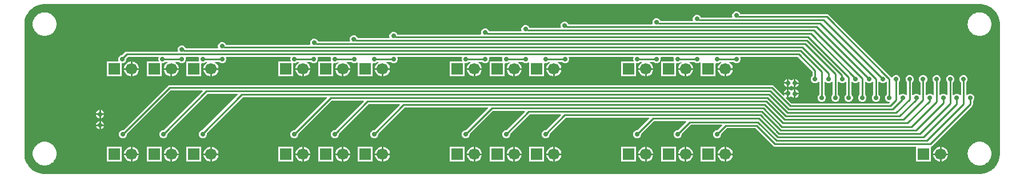
<source format=gtl>
G04*
G04 #@! TF.GenerationSoftware,Altium Limited,Altium Designer,24.0.1 (36)*
G04*
G04 Layer_Physical_Order=1*
G04 Layer_Color=191*
%FSLAX44Y44*%
%MOMM*%
G71*
G04*
G04 #@! TF.SameCoordinates,6AB65015-FC58-47BD-B1F7-23B370D85B0D*
G04*
G04*
G04 #@! TF.FilePolarity,Positive*
G04*
G01*
G75*
%ADD10C,0.2540*%
%ADD14C,1.7000*%
%ADD15R,1.7000X1.7000*%
%ADD16C,0.7000*%
G36*
X1628135Y788157D02*
X1631934Y787139D01*
X1635567Y785634D01*
X1638973Y783668D01*
X1642093Y781274D01*
X1644874Y778493D01*
X1647268Y775373D01*
X1649234Y771967D01*
X1650739Y768334D01*
X1651757Y764535D01*
X1652270Y760636D01*
Y758670D01*
Y565940D01*
Y563974D01*
X1651757Y560075D01*
X1650739Y556276D01*
X1649234Y552643D01*
X1647268Y549237D01*
X1644874Y546117D01*
X1642093Y543336D01*
X1638973Y540942D01*
X1635567Y538976D01*
X1631934Y537471D01*
X1628135Y536453D01*
X1624236Y535940D01*
X235044D01*
X231145Y536453D01*
X227346Y537471D01*
X223713Y538976D01*
X220307Y540942D01*
X217187Y543336D01*
X214406Y546117D01*
X212012Y549237D01*
X210046Y552643D01*
X208541Y556276D01*
X207523Y560075D01*
X207010Y563974D01*
Y565940D01*
Y758670D01*
Y760636D01*
X207523Y764535D01*
X208541Y768334D01*
X210046Y771967D01*
X212012Y775373D01*
X214406Y778493D01*
X217187Y781274D01*
X220307Y783668D01*
X223713Y785634D01*
X227346Y787139D01*
X231145Y788157D01*
X235044Y788670D01*
X1624236D01*
X1628135Y788157D01*
D02*
G37*
%LPC*%
G36*
X1263073Y778088D02*
X1260671D01*
X1258451Y777169D01*
X1256751Y775469D01*
X1255832Y773250D01*
Y770847D01*
X1256227Y769893D01*
X1255378Y768623D01*
X1209304D01*
X1208572Y770389D01*
X1206873Y772088D01*
X1204653Y773008D01*
X1202251D01*
X1200031Y772088D01*
X1198332Y770389D01*
X1197412Y768169D01*
Y765767D01*
X1197807Y764813D01*
X1196958Y763543D01*
X1149360D01*
X1148628Y765309D01*
X1146929Y767009D01*
X1144709Y767928D01*
X1142307D01*
X1140087Y767009D01*
X1138388Y765309D01*
X1137468Y763090D01*
Y760687D01*
X1137863Y759733D01*
X1137014Y758463D01*
X1013470D01*
X1012738Y760229D01*
X1011039Y761928D01*
X1008819Y762848D01*
X1006417D01*
X1004197Y761928D01*
X1002497Y760229D01*
X1001578Y758009D01*
Y755607D01*
X1001973Y754653D01*
X1001124Y753383D01*
X955304D01*
X954573Y755149D01*
X952873Y756849D01*
X950653Y757768D01*
X948251D01*
X946031Y756849D01*
X944332Y755149D01*
X943412Y752930D01*
Y750527D01*
X943807Y749573D01*
X942959Y748303D01*
X895614D01*
X894883Y750069D01*
X893183Y751768D01*
X890963Y752688D01*
X888561D01*
X886341Y751768D01*
X884641Y750069D01*
X883722Y747850D01*
Y745447D01*
X884117Y744493D01*
X883269Y743223D01*
X759724D01*
X758992Y744989D01*
X757293Y746689D01*
X755073Y747608D01*
X752671D01*
X750451Y746689D01*
X748752Y744989D01*
X747832Y742769D01*
Y740367D01*
X748227Y739413D01*
X747378Y738143D01*
X701050D01*
X700319Y739909D01*
X698619Y741609D01*
X696399Y742528D01*
X693997D01*
X691777Y741609D01*
X690078Y739909D01*
X689158Y737690D01*
Y735287D01*
X689553Y734333D01*
X688705Y733063D01*
X642122D01*
X641391Y734829D01*
X639691Y736528D01*
X637471Y737448D01*
X635069D01*
X632849Y736528D01*
X631149Y734829D01*
X630230Y732609D01*
Y730207D01*
X630625Y729253D01*
X629776Y727983D01*
X505724D01*
X504992Y729749D01*
X503293Y731449D01*
X501073Y732368D01*
X498671D01*
X496451Y731449D01*
X494752Y729749D01*
X493832Y727530D01*
Y725127D01*
X494227Y724173D01*
X493378Y722903D01*
X446288D01*
X445556Y724669D01*
X443857Y726368D01*
X441637Y727288D01*
X439235D01*
X437015Y726368D01*
X435316Y724669D01*
X434396Y722449D01*
Y720047D01*
X434791Y719093D01*
X433942Y717823D01*
X358514D01*
X357028Y717527D01*
X355767Y716685D01*
X351750Y712668D01*
X350589D01*
X348369Y711749D01*
X346670Y710049D01*
X345750Y707829D01*
Y705427D01*
X346175Y704400D01*
X345327Y703130D01*
X329380D01*
Y681050D01*
X351460D01*
Y700588D01*
X352991D01*
X355211Y701507D01*
X356911Y703207D01*
X357830Y705427D01*
Y707760D01*
X360123Y710053D01*
X404986D01*
X405835Y708783D01*
X405440Y707829D01*
Y705427D01*
X405865Y704400D01*
X405017Y703130D01*
X388297D01*
Y681050D01*
X410377D01*
Y700588D01*
X412681D01*
X414901Y701507D01*
X416137Y702743D01*
X418569D01*
X418910Y701473D01*
X417959Y700924D01*
X415903Y698869D01*
X414450Y696351D01*
X413697Y693543D01*
Y693360D01*
X424737D01*
X435777D01*
Y693543D01*
X435025Y696351D01*
X433572Y698869D01*
X431516Y700924D01*
X430565Y701473D01*
X430905Y702743D01*
X435525D01*
X436761Y701507D01*
X438981Y700588D01*
X441383D01*
X443603Y701507D01*
X445303Y703207D01*
X446222Y705427D01*
Y707829D01*
X445827Y708783D01*
X446675Y710053D01*
X464677D01*
X465525Y708783D01*
X465130Y707829D01*
Y705427D01*
X465555Y704400D01*
X464707Y703130D01*
X447215D01*
Y681050D01*
X469295D01*
Y700138D01*
X469969Y700588D01*
X472371D01*
X474591Y701507D01*
X475827Y702743D01*
X477487D01*
X477827Y701473D01*
X476876Y700924D01*
X474821Y698869D01*
X473367Y696351D01*
X472615Y693543D01*
Y693360D01*
X483655D01*
X494695D01*
Y693543D01*
X493942Y696351D01*
X492489Y698869D01*
X490434Y700924D01*
X489482Y701473D01*
X489823Y702743D01*
X495215D01*
X496451Y701507D01*
X498671Y700588D01*
X501073D01*
X503293Y701507D01*
X504992Y703207D01*
X505912Y705427D01*
Y707829D01*
X505517Y708783D01*
X506366Y710053D01*
X600566D01*
X601415Y708783D01*
X601020Y707829D01*
Y705427D01*
X601445Y704400D01*
X600597Y703130D01*
X583380D01*
Y681050D01*
X605460D01*
Y700322D01*
X605859Y700588D01*
X608261D01*
X610481Y701507D01*
X611717Y702743D01*
X613652D01*
X613992Y701473D01*
X613041Y700924D01*
X610986Y698869D01*
X609532Y696351D01*
X608780Y693543D01*
Y693360D01*
X619820D01*
X630860D01*
Y693543D01*
X630108Y696351D01*
X628654Y698869D01*
X626599Y700924D01*
X625648Y701473D01*
X625988Y702743D01*
X631105D01*
X632341Y701507D01*
X634561Y700588D01*
X636963D01*
X639183Y701507D01*
X640882Y703207D01*
X641802Y705427D01*
Y707829D01*
X641407Y708783D01*
X642255Y710053D01*
X660257D01*
X661105Y708783D01*
X660710Y707829D01*
Y705427D01*
X661135Y704400D01*
X660287Y703130D01*
X642297D01*
Y681050D01*
X664377D01*
Y699930D01*
X665433Y700636D01*
X665549Y700588D01*
X667951D01*
X670171Y701507D01*
X671383Y702719D01*
X672478Y702600D01*
X672829Y701426D01*
X671959Y700924D01*
X669903Y698869D01*
X668450Y696351D01*
X667697Y693543D01*
Y693360D01*
X678737D01*
X689777D01*
Y693543D01*
X689025Y696351D01*
X687572Y698869D01*
X685516Y700924D01*
X684565Y701473D01*
X684905Y702743D01*
X690795D01*
X692031Y701507D01*
X694251Y700588D01*
X696653D01*
X698873Y701507D01*
X699945Y702579D01*
X701215Y702053D01*
Y681050D01*
X723295D01*
Y700138D01*
X723969Y700588D01*
X726371D01*
X728591Y701507D01*
X729827Y702743D01*
X731487D01*
X731827Y701473D01*
X730876Y700924D01*
X728821Y698869D01*
X727367Y696351D01*
X726615Y693543D01*
Y693360D01*
X737655D01*
X748695D01*
Y693543D01*
X747942Y696351D01*
X746489Y698869D01*
X744434Y700924D01*
X743482Y701473D01*
X743823Y702743D01*
X749215D01*
X750451Y701507D01*
X752671Y700588D01*
X755073D01*
X757293Y701507D01*
X758992Y703207D01*
X759912Y705427D01*
Y707829D01*
X759517Y708783D01*
X760366Y710053D01*
X854566D01*
X855415Y708783D01*
X855020Y707829D01*
Y705427D01*
X855445Y704400D01*
X854597Y703130D01*
X837380D01*
Y681050D01*
X859460D01*
Y700322D01*
X859859Y700588D01*
X862261D01*
X864481Y701507D01*
X865717Y702743D01*
X867652D01*
X867992Y701473D01*
X867041Y700924D01*
X864986Y698869D01*
X863532Y696351D01*
X862780Y693543D01*
Y693360D01*
X873820D01*
X884860D01*
Y693543D01*
X884108Y696351D01*
X882654Y698869D01*
X880599Y700924D01*
X879648Y701473D01*
X879988Y702743D01*
X885105D01*
X886341Y701507D01*
X888561Y700588D01*
X890963D01*
X893183Y701507D01*
X894883Y703207D01*
X895802Y705427D01*
Y707829D01*
X895407Y708783D01*
X896255Y710053D01*
X914257D01*
X915105Y708783D01*
X914710Y707829D01*
Y705427D01*
X915135Y704400D01*
X914287Y703130D01*
X896297D01*
Y681050D01*
X918377D01*
Y699930D01*
X919433Y700636D01*
X919549Y700588D01*
X921951D01*
X924171Y701507D01*
X925383Y702719D01*
X926478Y702600D01*
X926829Y701426D01*
X925959Y700924D01*
X923903Y698869D01*
X922450Y696351D01*
X921697Y693543D01*
Y693360D01*
X932737D01*
X943777D01*
Y693543D01*
X943025Y696351D01*
X941572Y698869D01*
X939516Y700924D01*
X938565Y701473D01*
X938905Y702743D01*
X944795D01*
X946031Y701507D01*
X948251Y700588D01*
X950653D01*
X952873Y701507D01*
X953945Y702579D01*
X955215Y702053D01*
Y681050D01*
X977295D01*
Y700138D01*
X977969Y700588D01*
X980371D01*
X982591Y701507D01*
X983827Y702743D01*
X985487D01*
X985827Y701473D01*
X984876Y700924D01*
X982821Y698869D01*
X981367Y696351D01*
X980615Y693543D01*
Y693360D01*
X991655D01*
X1002695D01*
Y693543D01*
X1001942Y696351D01*
X1000489Y698869D01*
X998434Y700924D01*
X997482Y701473D01*
X997823Y702743D01*
X1003215D01*
X1004451Y701507D01*
X1006671Y700588D01*
X1009073D01*
X1011293Y701507D01*
X1012992Y703207D01*
X1013912Y705427D01*
Y707829D01*
X1013517Y708783D01*
X1014365Y710053D01*
X1108567D01*
X1109415Y708783D01*
X1109020Y707829D01*
Y705427D01*
X1109445Y704400D01*
X1108597Y703130D01*
X1091380D01*
Y681050D01*
X1113460D01*
Y700322D01*
X1113859Y700588D01*
X1116261D01*
X1118481Y701507D01*
X1119717Y702743D01*
X1121652D01*
X1121992Y701473D01*
X1121041Y700924D01*
X1118986Y698869D01*
X1117532Y696351D01*
X1116780Y693543D01*
Y693360D01*
X1127820D01*
X1138860D01*
Y693543D01*
X1138108Y696351D01*
X1136654Y698869D01*
X1134599Y700924D01*
X1133648Y701473D01*
X1133988Y702743D01*
X1139105D01*
X1140341Y701507D01*
X1142561Y700588D01*
X1144963D01*
X1147183Y701507D01*
X1148883Y703207D01*
X1149802Y705427D01*
Y707829D01*
X1149407Y708783D01*
X1150256Y710053D01*
X1168257D01*
X1169105Y708783D01*
X1168710Y707829D01*
Y705427D01*
X1169135Y704400D01*
X1168287Y703130D01*
X1150297D01*
Y681050D01*
X1172377D01*
Y699930D01*
X1173433Y700636D01*
X1173549Y700588D01*
X1175951D01*
X1178171Y701507D01*
X1179383Y702719D01*
X1180478Y702600D01*
X1180828Y701426D01*
X1179959Y700924D01*
X1177903Y698869D01*
X1176450Y696351D01*
X1175697Y693543D01*
Y693360D01*
X1186737D01*
X1197777D01*
Y693543D01*
X1197025Y696351D01*
X1195572Y698869D01*
X1193516Y700924D01*
X1192565Y701473D01*
X1192905Y702743D01*
X1198795D01*
X1200031Y701507D01*
X1202251Y700588D01*
X1204653D01*
X1206873Y701507D01*
X1207945Y702579D01*
X1209215Y702053D01*
Y681050D01*
X1231295D01*
Y700138D01*
X1231969Y700588D01*
X1234371D01*
X1236591Y701507D01*
X1237827Y702743D01*
X1239487D01*
X1239827Y701473D01*
X1238876Y700924D01*
X1236821Y698869D01*
X1235367Y696351D01*
X1234615Y693543D01*
Y693360D01*
X1245655D01*
X1256695D01*
Y693543D01*
X1255942Y696351D01*
X1254489Y698869D01*
X1252433Y700924D01*
X1251482Y701473D01*
X1251823Y702743D01*
X1257215D01*
X1258451Y701507D01*
X1260671Y700588D01*
X1263073D01*
X1265293Y701507D01*
X1266992Y703207D01*
X1267912Y705427D01*
Y707829D01*
X1267517Y708783D01*
X1268365Y710053D01*
X1352775D01*
X1374743Y688085D01*
Y681313D01*
X1373508Y680077D01*
X1372588Y677857D01*
Y675455D01*
X1373508Y673235D01*
X1375207Y671535D01*
X1377427Y670616D01*
X1379829D01*
X1382049Y671535D01*
X1383397Y672884D01*
X1384667Y672387D01*
Y653881D01*
X1383432Y652645D01*
X1382512Y650425D01*
Y648023D01*
X1383432Y645803D01*
X1385131Y644103D01*
X1387351Y643184D01*
X1389753D01*
X1391973Y644103D01*
X1393672Y645803D01*
X1394592Y648023D01*
Y650425D01*
X1393672Y652645D01*
X1392437Y653881D01*
Y672646D01*
X1392765Y672827D01*
X1393707Y673036D01*
X1395207Y671535D01*
X1397427Y670616D01*
X1399829D01*
X1402049Y671535D01*
X1403397Y672884D01*
X1404667Y672387D01*
Y653881D01*
X1403432Y652645D01*
X1402512Y650425D01*
Y648023D01*
X1403432Y645803D01*
X1405131Y644103D01*
X1407351Y643184D01*
X1409753D01*
X1411973Y644103D01*
X1413672Y645803D01*
X1414592Y648023D01*
Y650425D01*
X1413672Y652645D01*
X1412437Y653881D01*
Y672646D01*
X1412765Y672827D01*
X1413707Y673036D01*
X1415207Y671535D01*
X1417427Y670616D01*
X1419829D01*
X1422049Y671535D01*
X1423397Y672884D01*
X1424667Y672387D01*
Y653881D01*
X1423432Y652645D01*
X1422512Y650425D01*
Y648023D01*
X1423432Y645803D01*
X1425131Y644103D01*
X1427351Y643184D01*
X1429753D01*
X1431973Y644103D01*
X1433672Y645803D01*
X1434592Y648023D01*
Y650425D01*
X1433672Y652645D01*
X1432437Y653881D01*
Y672646D01*
X1432765Y672827D01*
X1433707Y673036D01*
X1435207Y671535D01*
X1437427Y670616D01*
X1439829D01*
X1442049Y671535D01*
X1443397Y672884D01*
X1444667Y672387D01*
Y653881D01*
X1443432Y652645D01*
X1442512Y650425D01*
Y648023D01*
X1443432Y645803D01*
X1445131Y644103D01*
X1447351Y643184D01*
X1449753D01*
X1451973Y644103D01*
X1453672Y645803D01*
X1454592Y648023D01*
Y650425D01*
X1453672Y652645D01*
X1452437Y653881D01*
Y672646D01*
X1452765Y672827D01*
X1453707Y673036D01*
X1455207Y671535D01*
X1457427Y670616D01*
X1459829D01*
X1462049Y671535D01*
X1463397Y672884D01*
X1464667Y672387D01*
Y653881D01*
X1463432Y652645D01*
X1462512Y650425D01*
Y648023D01*
X1463432Y645803D01*
X1465131Y644103D01*
X1467351Y643184D01*
X1469753D01*
X1471973Y644103D01*
X1473672Y645803D01*
X1474592Y648023D01*
Y650425D01*
X1473672Y652645D01*
X1472437Y653881D01*
Y672646D01*
X1472765Y672827D01*
X1473707Y673036D01*
X1475207Y671535D01*
X1477427Y670616D01*
X1479829D01*
X1482049Y671535D01*
X1483397Y672884D01*
X1484667Y672387D01*
Y653881D01*
X1483432Y652645D01*
X1482512Y650425D01*
Y648023D01*
X1483432Y645803D01*
X1485131Y644103D01*
X1487350Y643184D01*
X1488826D01*
X1489352Y641914D01*
X1488101Y640663D01*
X1343237D01*
X1334762Y649138D01*
X1335481Y650215D01*
X1337056Y649562D01*
Y654304D01*
X1332314D01*
X1332967Y652729D01*
X1331890Y652010D01*
X1317197Y666703D01*
X1315937Y667545D01*
X1314450Y667841D01*
X422148D01*
X420661Y667545D01*
X419401Y666703D01*
X353606Y600908D01*
X351859D01*
X349639Y599989D01*
X347939Y598289D01*
X347020Y596069D01*
Y593667D01*
X347939Y591447D01*
X349639Y589748D01*
X351859Y588828D01*
X354261D01*
X356481Y589748D01*
X358181Y591447D01*
X359100Y593667D01*
Y595414D01*
X423757Y660071D01*
X470800D01*
X471286Y658898D01*
X413296Y600908D01*
X411549D01*
X409329Y599989D01*
X407630Y598289D01*
X406710Y596069D01*
Y593667D01*
X407630Y591447D01*
X409329Y589748D01*
X411549Y588828D01*
X413951D01*
X416171Y589748D01*
X417870Y591447D01*
X418790Y593667D01*
Y595414D01*
X478367Y654991D01*
X522933D01*
X523419Y653818D01*
X470509Y600908D01*
X469969D01*
X467749Y599989D01*
X466049Y598289D01*
X465130Y596069D01*
Y593667D01*
X466049Y591447D01*
X467749Y589748D01*
X469969Y588828D01*
X472371D01*
X474591Y589748D01*
X476291Y591447D01*
X477210Y593667D01*
Y596069D01*
X477048Y596460D01*
X530500Y649911D01*
X654950D01*
X655436Y648738D01*
X607606Y600908D01*
X605859D01*
X603639Y599989D01*
X601940Y598289D01*
X601020Y596069D01*
Y593667D01*
X601940Y591447D01*
X603639Y589748D01*
X605859Y588828D01*
X608261D01*
X610481Y589748D01*
X612180Y591447D01*
X613100Y593667D01*
Y595414D01*
X662517Y644831D01*
X709560D01*
X710046Y643658D01*
X667296Y600908D01*
X665549D01*
X663329Y599989D01*
X661629Y598289D01*
X660710Y596069D01*
Y593667D01*
X661629Y591447D01*
X663329Y589748D01*
X665549Y588828D01*
X667951D01*
X670171Y589748D01*
X671870Y591447D01*
X672790Y593667D01*
Y595414D01*
X717127Y639751D01*
X762900D01*
X763386Y638578D01*
X725716Y600908D01*
X723969D01*
X721749Y599989D01*
X720050Y598289D01*
X719130Y596069D01*
Y593667D01*
X720050Y591447D01*
X721749Y589748D01*
X723969Y588828D01*
X726371D01*
X728591Y589748D01*
X730291Y591447D01*
X731210Y593667D01*
Y595414D01*
X770467Y634671D01*
X893710D01*
X894196Y633498D01*
X861606Y600908D01*
X859859D01*
X857639Y599989D01*
X855939Y598289D01*
X855020Y596069D01*
Y593667D01*
X855939Y591447D01*
X857639Y589748D01*
X859859Y588828D01*
X862261D01*
X864481Y589748D01*
X866180Y591447D01*
X867100Y593667D01*
Y595414D01*
X901277Y629591D01*
X948320D01*
X948806Y628418D01*
X921296Y600908D01*
X919549D01*
X917329Y599989D01*
X915630Y598289D01*
X914710Y596069D01*
Y593667D01*
X915630Y591447D01*
X917329Y589748D01*
X919549Y588828D01*
X921951D01*
X924171Y589748D01*
X925871Y591447D01*
X926790Y593667D01*
Y595414D01*
X955887Y624511D01*
X1001660D01*
X1002146Y623338D01*
X979716Y600908D01*
X977969D01*
X975749Y599989D01*
X974050Y598289D01*
X973130Y596069D01*
Y593667D01*
X974050Y591447D01*
X975749Y589748D01*
X977969Y588828D01*
X980371D01*
X982591Y589748D01*
X984290Y591447D01*
X985210Y593667D01*
Y595414D01*
X1009227Y619431D01*
X1132470D01*
X1132956Y618258D01*
X1115606Y600908D01*
X1113859D01*
X1111639Y599989D01*
X1109939Y598289D01*
X1109020Y596069D01*
Y593667D01*
X1109939Y591447D01*
X1111639Y589748D01*
X1113859Y588828D01*
X1116261D01*
X1118481Y589748D01*
X1120181Y591447D01*
X1121100Y593667D01*
Y595414D01*
X1140037Y614351D01*
X1187080D01*
X1187566Y613178D01*
X1175296Y600908D01*
X1173549D01*
X1171329Y599989D01*
X1169630Y598289D01*
X1168710Y596069D01*
Y593667D01*
X1169630Y591447D01*
X1171329Y589748D01*
X1173549Y588828D01*
X1175951D01*
X1178171Y589748D01*
X1179871Y591447D01*
X1180790Y593667D01*
Y595414D01*
X1194393Y609017D01*
X1240166D01*
X1240652Y607844D01*
X1233716Y600908D01*
X1231969D01*
X1229749Y599989D01*
X1228049Y598289D01*
X1227130Y596069D01*
Y593667D01*
X1228049Y591447D01*
X1229749Y589748D01*
X1231969Y588828D01*
X1234371D01*
X1236591Y589748D01*
X1238290Y591447D01*
X1239210Y593667D01*
Y595414D01*
X1247733Y603937D01*
X1289949D01*
X1316497Y577389D01*
X1317757Y576547D01*
X1319244Y576251D01*
X1526955D01*
X1528200Y576190D01*
X1528200Y574981D01*
Y554110D01*
X1550280D01*
X1550280Y575541D01*
X1550887Y576547D01*
X1551290Y576817D01*
X1552147Y577389D01*
X1611299Y636541D01*
X1612141Y637801D01*
X1612436Y639288D01*
Y644567D01*
X1613672Y645803D01*
X1614592Y648023D01*
Y650425D01*
X1613672Y652645D01*
X1611973Y654344D01*
X1609753Y655264D01*
X1607350D01*
X1605130Y654344D01*
X1603782Y652997D01*
X1602512Y653493D01*
Y671999D01*
X1603748Y673235D01*
X1604668Y675455D01*
Y677857D01*
X1603748Y680077D01*
X1602049Y681777D01*
X1599829Y682696D01*
X1597426D01*
X1595206Y681777D01*
X1593507Y680077D01*
X1592588Y677857D01*
Y675455D01*
X1593507Y673235D01*
X1594743Y671999D01*
Y653234D01*
X1594415Y653053D01*
X1593473Y652844D01*
X1591973Y654344D01*
X1589753Y655264D01*
X1587350D01*
X1585130Y654344D01*
X1583782Y652997D01*
X1582512Y653493D01*
Y671999D01*
X1583748Y673235D01*
X1584668Y675455D01*
Y677857D01*
X1583748Y680077D01*
X1582049Y681777D01*
X1579829Y682696D01*
X1577426D01*
X1575206Y681777D01*
X1573507Y680077D01*
X1572588Y677857D01*
Y675455D01*
X1573507Y673235D01*
X1574743Y671999D01*
Y653234D01*
X1574415Y653053D01*
X1573473Y652844D01*
X1571973Y654344D01*
X1569753Y655264D01*
X1567350D01*
X1565130Y654344D01*
X1563783Y652997D01*
X1562513Y653493D01*
Y671999D01*
X1563748Y673235D01*
X1564668Y675455D01*
Y677857D01*
X1563748Y680077D01*
X1562049Y681777D01*
X1559829Y682696D01*
X1557426D01*
X1555206Y681777D01*
X1553507Y680077D01*
X1552588Y677857D01*
Y675455D01*
X1553507Y673235D01*
X1554743Y671999D01*
Y653234D01*
X1554415Y653053D01*
X1553473Y652844D01*
X1551973Y654344D01*
X1549753Y655264D01*
X1547350D01*
X1545130Y654344D01*
X1543783Y652997D01*
X1542513Y653493D01*
Y671999D01*
X1543748Y673235D01*
X1544668Y675455D01*
Y677857D01*
X1543748Y680077D01*
X1542049Y681777D01*
X1539829Y682696D01*
X1537426D01*
X1535206Y681777D01*
X1533507Y680077D01*
X1532588Y677857D01*
Y675455D01*
X1533507Y673235D01*
X1534743Y671999D01*
Y653234D01*
X1534415Y653053D01*
X1533473Y652844D01*
X1531973Y654344D01*
X1529753Y655264D01*
X1527350D01*
X1525130Y654344D01*
X1523783Y652997D01*
X1522513Y653493D01*
Y671999D01*
X1523748Y673235D01*
X1524668Y675455D01*
Y677857D01*
X1523748Y680077D01*
X1522049Y681777D01*
X1519829Y682696D01*
X1517426D01*
X1515206Y681777D01*
X1513507Y680077D01*
X1512588Y677857D01*
Y675455D01*
X1513507Y673235D01*
X1514743Y671999D01*
Y653234D01*
X1514415Y653053D01*
X1513473Y652844D01*
X1511973Y654344D01*
X1509753Y655264D01*
X1507350D01*
X1505130Y654344D01*
X1503783Y652997D01*
X1502513Y653493D01*
Y671999D01*
X1503748Y673235D01*
X1504668Y675455D01*
Y677857D01*
X1503748Y680077D01*
X1502049Y681777D01*
X1499829Y682696D01*
X1497426D01*
X1495207Y681777D01*
X1493508Y680077D01*
X1493180Y679287D01*
X1491747Y679146D01*
X1491299Y679817D01*
X1398551Y772565D01*
X1397290Y773407D01*
X1395804Y773703D01*
X1267724D01*
X1266992Y775469D01*
X1265293Y777169D01*
X1263073Y778088D01*
D02*
G37*
G36*
X1623747Y776260D02*
X1620793D01*
X1620542Y776210D01*
X1620287D01*
X1617389Y775634D01*
X1617154Y775536D01*
X1616904Y775486D01*
X1614174Y774355D01*
X1613962Y774214D01*
X1613726Y774116D01*
X1611269Y772475D01*
X1611089Y772294D01*
X1610877Y772152D01*
X1608788Y770063D01*
X1608646Y769851D01*
X1608465Y769671D01*
X1606824Y767214D01*
X1606726Y766978D01*
X1606584Y766766D01*
X1605454Y764036D01*
X1605404Y763786D01*
X1605306Y763551D01*
X1604730Y760653D01*
Y760397D01*
X1604680Y760147D01*
Y757193D01*
X1604730Y756943D01*
Y756687D01*
X1605306Y753789D01*
X1605404Y753554D01*
X1605454Y753304D01*
X1606584Y750574D01*
X1606726Y750362D01*
X1606824Y750126D01*
X1608465Y747669D01*
X1608646Y747489D01*
X1608788Y747277D01*
X1610877Y745188D01*
X1611089Y745046D01*
X1611269Y744865D01*
X1613726Y743224D01*
X1613962Y743126D01*
X1614174Y742984D01*
X1616904Y741854D01*
X1617154Y741804D01*
X1617389Y741706D01*
X1620287Y741130D01*
X1620542D01*
X1620793Y741080D01*
X1623747D01*
X1623997Y741130D01*
X1624253D01*
X1627151Y741706D01*
X1627386Y741804D01*
X1627636Y741854D01*
X1630366Y742984D01*
X1630578Y743126D01*
X1630814Y743224D01*
X1633271Y744865D01*
X1633451Y745046D01*
X1633663Y745188D01*
X1635753Y747277D01*
X1635894Y747489D01*
X1636075Y747669D01*
X1637716Y750126D01*
X1637814Y750362D01*
X1637955Y750574D01*
X1639086Y753304D01*
X1639136Y753554D01*
X1639234Y753789D01*
X1639810Y756687D01*
Y756943D01*
X1639860Y757193D01*
Y760147D01*
X1639810Y760397D01*
Y760653D01*
X1639234Y763551D01*
X1639136Y763786D01*
X1639086Y764036D01*
X1637955Y766766D01*
X1637814Y766978D01*
X1637716Y767214D01*
X1636075Y769671D01*
X1635894Y769851D01*
X1635753Y770063D01*
X1633663Y772152D01*
X1633451Y772294D01*
X1633271Y772475D01*
X1630814Y774116D01*
X1630578Y774214D01*
X1630366Y774355D01*
X1627636Y775486D01*
X1627386Y775536D01*
X1627151Y775634D01*
X1624253Y776210D01*
X1623997D01*
X1623747Y776260D01*
D02*
G37*
G36*
X238487D02*
X235533D01*
X235282Y776210D01*
X235027D01*
X232129Y775634D01*
X231894Y775536D01*
X231644Y775486D01*
X228914Y774355D01*
X228702Y774214D01*
X228466Y774116D01*
X226009Y772475D01*
X225829Y772294D01*
X225617Y772152D01*
X223528Y770063D01*
X223386Y769851D01*
X223205Y769671D01*
X221564Y767214D01*
X221466Y766978D01*
X221325Y766766D01*
X220194Y764036D01*
X220144Y763786D01*
X220046Y763551D01*
X219470Y760653D01*
Y760397D01*
X219420Y760147D01*
Y757193D01*
X219470Y756943D01*
Y756687D01*
X220046Y753789D01*
X220144Y753554D01*
X220194Y753304D01*
X221325Y750574D01*
X221466Y750362D01*
X221564Y750126D01*
X223205Y747669D01*
X223386Y747489D01*
X223528Y747277D01*
X225617Y745188D01*
X225829Y745046D01*
X226009Y744865D01*
X228466Y743224D01*
X228702Y743126D01*
X228914Y742984D01*
X231644Y741854D01*
X231894Y741804D01*
X232129Y741706D01*
X235027Y741130D01*
X235282D01*
X235533Y741080D01*
X238487D01*
X238738Y741130D01*
X238993D01*
X241891Y741706D01*
X242126Y741804D01*
X242376Y741854D01*
X245106Y742984D01*
X245318Y743126D01*
X245554Y743224D01*
X248011Y744865D01*
X248191Y745046D01*
X248403Y745188D01*
X250492Y747277D01*
X250634Y747489D01*
X250814Y747669D01*
X252456Y750126D01*
X252554Y750362D01*
X252695Y750574D01*
X253826Y753304D01*
X253876Y753554D01*
X253974Y753789D01*
X254550Y756687D01*
Y756943D01*
X254600Y757193D01*
Y760147D01*
X254550Y760397D01*
Y760653D01*
X253974Y763551D01*
X253876Y763786D01*
X253826Y764036D01*
X252695Y766766D01*
X252554Y766978D01*
X252456Y767214D01*
X250814Y769671D01*
X250634Y769851D01*
X250492Y770063D01*
X248403Y772152D01*
X248191Y772294D01*
X248011Y772475D01*
X245554Y774116D01*
X245318Y774214D01*
X245106Y774355D01*
X242376Y775486D01*
X242126Y775536D01*
X241891Y775634D01*
X238993Y776210D01*
X238738D01*
X238487Y776260D01*
D02*
G37*
G36*
X367273Y703130D02*
X367090D01*
Y693360D01*
X376860D01*
Y693543D01*
X376108Y696351D01*
X374654Y698869D01*
X372599Y700924D01*
X370081Y702378D01*
X367273Y703130D01*
D02*
G37*
G36*
X364550D02*
X364367D01*
X361559Y702378D01*
X359041Y700924D01*
X356986Y698869D01*
X355532Y696351D01*
X354780Y693543D01*
Y693360D01*
X364550D01*
Y703130D01*
D02*
G37*
G36*
X1256695Y690820D02*
X1246925D01*
Y681050D01*
X1247108D01*
X1249916Y681802D01*
X1252433Y683256D01*
X1254489Y685311D01*
X1255942Y687829D01*
X1256695Y690637D01*
Y690820D01*
D02*
G37*
G36*
X1244385D02*
X1234615D01*
Y690637D01*
X1235367Y687829D01*
X1236821Y685311D01*
X1238876Y683256D01*
X1241394Y681802D01*
X1244201Y681050D01*
X1244385D01*
Y690820D01*
D02*
G37*
G36*
X1197777Y690820D02*
X1188007D01*
Y681050D01*
X1188191D01*
X1190999Y681802D01*
X1193516Y683256D01*
X1195572Y685311D01*
X1197025Y687829D01*
X1197777Y690637D01*
Y690820D01*
D02*
G37*
G36*
X1185467D02*
X1175697D01*
Y690637D01*
X1176450Y687829D01*
X1177903Y685311D01*
X1179959Y683256D01*
X1182476Y681802D01*
X1185284Y681050D01*
X1185467D01*
Y690820D01*
D02*
G37*
G36*
X1138860Y690820D02*
X1129090D01*
Y681050D01*
X1129273D01*
X1132081Y681802D01*
X1134599Y683256D01*
X1136654Y685311D01*
X1138108Y687829D01*
X1138860Y690637D01*
Y690820D01*
D02*
G37*
G36*
X1126550D02*
X1116780D01*
Y690637D01*
X1117532Y687829D01*
X1118986Y685311D01*
X1121041Y683256D01*
X1123559Y681802D01*
X1126367Y681050D01*
X1126550D01*
Y690820D01*
D02*
G37*
G36*
X1002695Y690820D02*
X992925D01*
Y681050D01*
X993108D01*
X995916Y681802D01*
X998434Y683256D01*
X1000489Y685311D01*
X1001942Y687829D01*
X1002695Y690637D01*
Y690820D01*
D02*
G37*
G36*
X990385D02*
X980615D01*
Y690637D01*
X981367Y687829D01*
X982821Y685311D01*
X984876Y683256D01*
X987393Y681802D01*
X990201Y681050D01*
X990385D01*
Y690820D01*
D02*
G37*
G36*
X943777Y690820D02*
X934007D01*
Y681050D01*
X934191D01*
X936999Y681802D01*
X939516Y683256D01*
X941572Y685311D01*
X943025Y687829D01*
X943777Y690637D01*
Y690820D01*
D02*
G37*
G36*
X931467D02*
X921697D01*
Y690637D01*
X922450Y687829D01*
X923903Y685311D01*
X925959Y683256D01*
X928476Y681802D01*
X931284Y681050D01*
X931467D01*
Y690820D01*
D02*
G37*
G36*
X884860Y690820D02*
X875090D01*
Y681050D01*
X875273D01*
X878081Y681802D01*
X880599Y683256D01*
X882654Y685311D01*
X884108Y687829D01*
X884860Y690637D01*
Y690820D01*
D02*
G37*
G36*
X872550D02*
X862780D01*
Y690637D01*
X863532Y687829D01*
X864986Y685311D01*
X867041Y683256D01*
X869559Y681802D01*
X872367Y681050D01*
X872550D01*
Y690820D01*
D02*
G37*
G36*
X748695Y690820D02*
X738925D01*
Y681050D01*
X739108D01*
X741916Y681802D01*
X744434Y683256D01*
X746489Y685311D01*
X747942Y687829D01*
X748695Y690637D01*
Y690820D01*
D02*
G37*
G36*
X736385D02*
X726615D01*
Y690637D01*
X727367Y687829D01*
X728821Y685311D01*
X730876Y683256D01*
X733393Y681802D01*
X736201Y681050D01*
X736385D01*
Y690820D01*
D02*
G37*
G36*
X689777Y690820D02*
X680007D01*
Y681050D01*
X680191D01*
X682999Y681802D01*
X685516Y683256D01*
X687572Y685311D01*
X689025Y687829D01*
X689777Y690637D01*
Y690820D01*
D02*
G37*
G36*
X677467D02*
X667697D01*
Y690637D01*
X668450Y687829D01*
X669903Y685311D01*
X671959Y683256D01*
X674476Y681802D01*
X677284Y681050D01*
X677467D01*
Y690820D01*
D02*
G37*
G36*
X630860Y690820D02*
X621090D01*
Y681050D01*
X621273D01*
X624081Y681802D01*
X626599Y683256D01*
X628654Y685311D01*
X630108Y687829D01*
X630860Y690637D01*
Y690820D01*
D02*
G37*
G36*
X618550D02*
X608780D01*
Y690637D01*
X609532Y687829D01*
X610986Y685311D01*
X613041Y683256D01*
X615559Y681802D01*
X618367Y681050D01*
X618550D01*
Y690820D01*
D02*
G37*
G36*
X494695D02*
X484925D01*
Y681050D01*
X485108D01*
X487916Y681802D01*
X490434Y683256D01*
X492489Y685311D01*
X493942Y687829D01*
X494695Y690637D01*
Y690820D01*
D02*
G37*
G36*
X482385D02*
X472615D01*
Y690637D01*
X473367Y687829D01*
X474821Y685311D01*
X476876Y683256D01*
X479394Y681802D01*
X482201Y681050D01*
X482385D01*
Y690820D01*
D02*
G37*
G36*
X435777D02*
X426007D01*
Y681050D01*
X426191D01*
X428999Y681802D01*
X431516Y683256D01*
X433572Y685311D01*
X435025Y687829D01*
X435777Y690637D01*
Y690820D01*
D02*
G37*
G36*
X423467D02*
X413697D01*
Y690637D01*
X414450Y687829D01*
X415903Y685311D01*
X417959Y683256D01*
X420476Y681802D01*
X423284Y681050D01*
X423467D01*
Y690820D01*
D02*
G37*
G36*
X376860D02*
X367090D01*
Y681050D01*
X367273D01*
X370081Y681802D01*
X372599Y683256D01*
X374654Y685311D01*
X376108Y687829D01*
X376860Y690637D01*
Y690820D01*
D02*
G37*
G36*
X364550D02*
X354780D01*
Y690637D01*
X355532Y687829D01*
X356986Y685311D01*
X359041Y683256D01*
X361559Y681802D01*
X364367Y681050D01*
X364550D01*
Y690820D01*
D02*
G37*
G36*
X1337056Y677080D02*
X1334905Y676189D01*
X1333206Y674489D01*
X1332314Y672338D01*
X1337056D01*
Y677080D01*
D02*
G37*
G36*
X1349756Y676826D02*
Y672084D01*
X1354498D01*
X1353607Y674235D01*
X1351907Y675935D01*
X1349756Y676826D01*
D02*
G37*
G36*
X1337056Y669798D02*
X1332314D01*
X1333206Y667647D01*
X1334905Y665947D01*
X1337056Y665056D01*
Y669798D01*
D02*
G37*
G36*
X1354498Y669544D02*
X1349756D01*
Y664802D01*
X1351907Y665694D01*
X1353607Y667393D01*
X1354498Y669544D01*
D02*
G37*
G36*
X1339596Y677080D02*
Y671068D01*
Y665056D01*
X1341747Y665947D01*
X1342417Y666617D01*
X1344177Y666581D01*
X1345065Y665694D01*
X1347216Y664802D01*
Y670814D01*
Y676826D01*
X1345065Y675935D01*
X1344395Y675265D01*
X1342635Y675301D01*
X1341747Y676189D01*
X1339596Y677080D01*
D02*
G37*
G36*
X1337056Y661586D02*
X1334905Y660695D01*
X1333206Y658995D01*
X1332314Y656844D01*
X1337056D01*
Y661586D01*
D02*
G37*
G36*
X1349756Y661332D02*
Y656590D01*
X1354498D01*
X1353607Y658741D01*
X1351907Y660441D01*
X1349756Y661332D01*
D02*
G37*
G36*
X1354498Y654050D02*
X1349756D01*
Y649308D01*
X1351907Y650200D01*
X1353607Y651899D01*
X1354498Y654050D01*
D02*
G37*
G36*
X1339596Y661586D02*
Y655574D01*
Y649562D01*
X1341747Y650453D01*
X1342417Y651123D01*
X1344177Y651087D01*
X1345065Y650200D01*
X1347216Y649308D01*
Y655320D01*
Y661332D01*
X1345065Y660441D01*
X1344395Y659771D01*
X1342635Y659807D01*
X1341747Y660695D01*
X1339596Y661586D01*
D02*
G37*
G36*
X320534Y630852D02*
Y626110D01*
X325276D01*
X324384Y628261D01*
X322685Y629961D01*
X320534Y630852D01*
D02*
G37*
G36*
X317994D02*
X315843Y629961D01*
X314144Y628261D01*
X313252Y626110D01*
X317994D01*
Y630852D01*
D02*
G37*
G36*
X325276Y623570D02*
X320534D01*
Y618828D01*
X322685Y619720D01*
X324384Y621419D01*
X325276Y623570D01*
D02*
G37*
G36*
X317994D02*
X313252D01*
X314144Y621419D01*
X315843Y619720D01*
X317994Y618828D01*
Y623570D01*
D02*
G37*
G36*
X320534Y614342D02*
Y609600D01*
X325276D01*
X324384Y611751D01*
X322685Y613451D01*
X320534Y614342D01*
D02*
G37*
G36*
X317994D02*
X315843Y613451D01*
X314144Y611751D01*
X313252Y609600D01*
X317994D01*
Y614342D01*
D02*
G37*
G36*
X325276Y607060D02*
X320534D01*
Y602318D01*
X322685Y603209D01*
X324384Y604909D01*
X325276Y607060D01*
D02*
G37*
G36*
X317994D02*
X313252D01*
X314144Y604909D01*
X315843Y603209D01*
X317994Y602318D01*
Y607060D01*
D02*
G37*
G36*
X1566093Y576190D02*
X1565910D01*
Y566420D01*
X1575680D01*
Y566603D01*
X1574928Y569411D01*
X1573474Y571929D01*
X1571419Y573984D01*
X1568901Y575438D01*
X1566093Y576190D01*
D02*
G37*
G36*
X1563370D02*
X1563187D01*
X1560379Y575438D01*
X1557861Y573984D01*
X1555806Y571929D01*
X1554352Y569411D01*
X1553600Y566603D01*
Y566420D01*
X1563370D01*
Y576190D01*
D02*
G37*
G36*
X1129273Y576130D02*
X1129090D01*
Y566360D01*
X1138860D01*
Y566543D01*
X1138108Y569351D01*
X1136654Y571869D01*
X1134599Y573924D01*
X1132081Y575378D01*
X1129273Y576130D01*
D02*
G37*
G36*
X875273D02*
X875090D01*
Y566360D01*
X884860D01*
Y566543D01*
X884108Y569351D01*
X882654Y571869D01*
X880599Y573924D01*
X878081Y575378D01*
X875273Y576130D01*
D02*
G37*
G36*
X1126550D02*
X1126367D01*
X1123559Y575378D01*
X1121041Y573924D01*
X1118986Y571869D01*
X1117532Y569351D01*
X1116780Y566543D01*
Y566360D01*
X1126550D01*
Y576130D01*
D02*
G37*
G36*
X872550D02*
X872367D01*
X869559Y575378D01*
X867041Y573924D01*
X864986Y571869D01*
X863532Y569351D01*
X862780Y566543D01*
Y566360D01*
X872550D01*
Y576130D01*
D02*
G37*
G36*
X1188191D02*
X1188007D01*
Y566360D01*
X1197777D01*
Y566543D01*
X1197025Y569351D01*
X1195572Y571869D01*
X1193516Y573924D01*
X1190999Y575378D01*
X1188191Y576130D01*
D02*
G37*
G36*
X934191D02*
X934007D01*
Y566360D01*
X943777D01*
Y566543D01*
X943025Y569351D01*
X941572Y571869D01*
X939516Y573924D01*
X936999Y575378D01*
X934191Y576130D01*
D02*
G37*
G36*
X680191D02*
X680007D01*
Y566360D01*
X689777D01*
Y566543D01*
X689025Y569351D01*
X687572Y571869D01*
X685516Y573924D01*
X682999Y575378D01*
X680191Y576130D01*
D02*
G37*
G36*
X1185467D02*
X1185284D01*
X1182476Y575378D01*
X1179959Y573924D01*
X1177903Y571869D01*
X1176450Y569351D01*
X1175697Y566543D01*
Y566360D01*
X1185467D01*
Y576130D01*
D02*
G37*
G36*
X931467D02*
X931284D01*
X928476Y575378D01*
X925959Y573924D01*
X923903Y571869D01*
X922450Y569351D01*
X921697Y566543D01*
Y566360D01*
X931467D01*
Y576130D01*
D02*
G37*
G36*
X677467D02*
X677284D01*
X674476Y575378D01*
X671959Y573924D01*
X669903Y571869D01*
X668450Y569351D01*
X667697Y566543D01*
Y566360D01*
X677467D01*
Y576130D01*
D02*
G37*
G36*
X1247108D02*
X1246925D01*
Y566360D01*
X1256695D01*
Y566543D01*
X1255942Y569351D01*
X1254489Y571869D01*
X1252433Y573924D01*
X1249916Y575378D01*
X1247108Y576130D01*
D02*
G37*
G36*
X993108D02*
X992925D01*
Y566360D01*
X1002695D01*
Y566543D01*
X1001942Y569351D01*
X1000489Y571869D01*
X998434Y573924D01*
X995916Y575378D01*
X993108Y576130D01*
D02*
G37*
G36*
X739108D02*
X738925D01*
Y566360D01*
X748695D01*
Y566543D01*
X747942Y569351D01*
X746489Y571869D01*
X744434Y573924D01*
X741916Y575378D01*
X739108Y576130D01*
D02*
G37*
G36*
X621273D02*
X621090D01*
Y566360D01*
X630860D01*
Y566543D01*
X630108Y569351D01*
X628654Y571869D01*
X626599Y573924D01*
X624081Y575378D01*
X621273Y576130D01*
D02*
G37*
G36*
X485108D02*
X484925D01*
Y566360D01*
X494695D01*
Y566543D01*
X493942Y569351D01*
X492489Y571869D01*
X490434Y573924D01*
X487916Y575378D01*
X485108Y576130D01*
D02*
G37*
G36*
X426191D02*
X426007D01*
Y566360D01*
X435777D01*
Y566543D01*
X435025Y569351D01*
X433572Y571869D01*
X431516Y573924D01*
X428999Y575378D01*
X426191Y576130D01*
D02*
G37*
G36*
X367273D02*
X367090D01*
Y566360D01*
X376860D01*
Y566543D01*
X376108Y569351D01*
X374654Y571869D01*
X372599Y573924D01*
X370081Y575378D01*
X367273Y576130D01*
D02*
G37*
G36*
X618550D02*
X618367D01*
X615559Y575378D01*
X613041Y573924D01*
X610986Y571869D01*
X609532Y569351D01*
X608780Y566543D01*
Y566360D01*
X618550D01*
Y576130D01*
D02*
G37*
G36*
X364550D02*
X364367D01*
X361559Y575378D01*
X359041Y573924D01*
X356986Y571869D01*
X355532Y569351D01*
X354780Y566543D01*
Y566360D01*
X364550D01*
Y576130D01*
D02*
G37*
G36*
X1244385D02*
X1244201D01*
X1241394Y575378D01*
X1238876Y573924D01*
X1236821Y571869D01*
X1235367Y569351D01*
X1234615Y566543D01*
Y566360D01*
X1244385D01*
Y576130D01*
D02*
G37*
G36*
X990385D02*
X990201D01*
X987393Y575378D01*
X984876Y573924D01*
X982821Y571869D01*
X981367Y569351D01*
X980615Y566543D01*
Y566360D01*
X990385D01*
Y576130D01*
D02*
G37*
G36*
X423467D02*
X423284D01*
X420476Y575378D01*
X417959Y573924D01*
X415903Y571869D01*
X414450Y569351D01*
X413697Y566543D01*
Y566360D01*
X423467D01*
Y576130D01*
D02*
G37*
G36*
X736385D02*
X736201D01*
X733393Y575378D01*
X730876Y573924D01*
X728821Y571869D01*
X727367Y569351D01*
X726615Y566543D01*
Y566360D01*
X736385D01*
Y576130D01*
D02*
G37*
G36*
X482385D02*
X482201D01*
X479394Y575378D01*
X476876Y573924D01*
X474821Y571869D01*
X473367Y569351D01*
X472615Y566543D01*
Y566360D01*
X482385D01*
Y576130D01*
D02*
G37*
G36*
X1575680Y563880D02*
X1565910D01*
Y554110D01*
X1566093D01*
X1568901Y554862D01*
X1571419Y556316D01*
X1573474Y558371D01*
X1574928Y560889D01*
X1575680Y563697D01*
Y563880D01*
D02*
G37*
G36*
X1563370D02*
X1553600D01*
Y563697D01*
X1554352Y560889D01*
X1555806Y558371D01*
X1557861Y556316D01*
X1560379Y554862D01*
X1563187Y554110D01*
X1563370D01*
Y563880D01*
D02*
G37*
G36*
X1256695Y563820D02*
X1246925D01*
Y554050D01*
X1247108D01*
X1249916Y554802D01*
X1252433Y556256D01*
X1254489Y558311D01*
X1255942Y560829D01*
X1256695Y563637D01*
Y563820D01*
D02*
G37*
G36*
X1244385D02*
X1234615D01*
Y563637D01*
X1235367Y560829D01*
X1236821Y558311D01*
X1238876Y556256D01*
X1241394Y554802D01*
X1244201Y554050D01*
X1244385D01*
Y563820D01*
D02*
G37*
G36*
X1231295Y576130D02*
X1209215D01*
Y554050D01*
X1231295D01*
Y576130D01*
D02*
G37*
G36*
X1197777Y563820D02*
X1188007D01*
Y554050D01*
X1188191D01*
X1190999Y554802D01*
X1193516Y556256D01*
X1195572Y558311D01*
X1197025Y560829D01*
X1197777Y563637D01*
Y563820D01*
D02*
G37*
G36*
X1185467D02*
X1175697D01*
Y563637D01*
X1176450Y560829D01*
X1177903Y558311D01*
X1179959Y556256D01*
X1182476Y554802D01*
X1185284Y554050D01*
X1185467D01*
Y563820D01*
D02*
G37*
G36*
X1172377Y576130D02*
X1150297D01*
Y554050D01*
X1172377D01*
Y576130D01*
D02*
G37*
G36*
X1138860Y563820D02*
X1129090D01*
Y554050D01*
X1129273D01*
X1132081Y554802D01*
X1134599Y556256D01*
X1136654Y558311D01*
X1138108Y560829D01*
X1138860Y563637D01*
Y563820D01*
D02*
G37*
G36*
X1126550D02*
X1116780D01*
Y563637D01*
X1117532Y560829D01*
X1118986Y558311D01*
X1121041Y556256D01*
X1123559Y554802D01*
X1126367Y554050D01*
X1126550D01*
Y563820D01*
D02*
G37*
G36*
X1113460Y576130D02*
X1091380D01*
Y554050D01*
X1113460D01*
Y576130D01*
D02*
G37*
G36*
X1002695Y563820D02*
X992925D01*
Y554050D01*
X993108D01*
X995916Y554802D01*
X998434Y556256D01*
X1000489Y558311D01*
X1001942Y560829D01*
X1002695Y563637D01*
Y563820D01*
D02*
G37*
G36*
X990385D02*
X980615D01*
Y563637D01*
X981367Y560829D01*
X982821Y558311D01*
X984876Y556256D01*
X987393Y554802D01*
X990201Y554050D01*
X990385D01*
Y563820D01*
D02*
G37*
G36*
X977295Y576130D02*
X955215D01*
Y554050D01*
X977295D01*
Y576130D01*
D02*
G37*
G36*
X943777Y563820D02*
X934007D01*
Y554050D01*
X934191D01*
X936999Y554802D01*
X939516Y556256D01*
X941572Y558311D01*
X943025Y560829D01*
X943777Y563637D01*
Y563820D01*
D02*
G37*
G36*
X931467D02*
X921697D01*
Y563637D01*
X922450Y560829D01*
X923903Y558311D01*
X925959Y556256D01*
X928476Y554802D01*
X931284Y554050D01*
X931467D01*
Y563820D01*
D02*
G37*
G36*
X918377Y576130D02*
X896297D01*
Y554050D01*
X918377D01*
Y576130D01*
D02*
G37*
G36*
X884860Y563820D02*
X875090D01*
Y554050D01*
X875273D01*
X878081Y554802D01*
X880599Y556256D01*
X882654Y558311D01*
X884108Y560829D01*
X884860Y563637D01*
Y563820D01*
D02*
G37*
G36*
X872550D02*
X862780D01*
Y563637D01*
X863532Y560829D01*
X864986Y558311D01*
X867041Y556256D01*
X869559Y554802D01*
X872367Y554050D01*
X872550D01*
Y563820D01*
D02*
G37*
G36*
X859460Y576130D02*
X837380D01*
Y554050D01*
X859460D01*
Y576130D01*
D02*
G37*
G36*
X748695Y563820D02*
X738925D01*
Y554050D01*
X739108D01*
X741916Y554802D01*
X744434Y556256D01*
X746489Y558311D01*
X747942Y560829D01*
X748695Y563637D01*
Y563820D01*
D02*
G37*
G36*
X736385D02*
X726615D01*
Y563637D01*
X727367Y560829D01*
X728821Y558311D01*
X730876Y556256D01*
X733393Y554802D01*
X736201Y554050D01*
X736385D01*
Y563820D01*
D02*
G37*
G36*
X723295Y576130D02*
X701215D01*
Y554050D01*
X723295D01*
Y576130D01*
D02*
G37*
G36*
X689777Y563820D02*
X680007D01*
Y554050D01*
X680191D01*
X682999Y554802D01*
X685516Y556256D01*
X687572Y558311D01*
X689025Y560829D01*
X689777Y563637D01*
Y563820D01*
D02*
G37*
G36*
X677467D02*
X667697D01*
Y563637D01*
X668450Y560829D01*
X669903Y558311D01*
X671959Y556256D01*
X674476Y554802D01*
X677284Y554050D01*
X677467D01*
Y563820D01*
D02*
G37*
G36*
X664377Y576130D02*
X642297D01*
Y554050D01*
X664377D01*
Y576130D01*
D02*
G37*
G36*
X630860Y563820D02*
X621090D01*
Y554050D01*
X621273D01*
X624081Y554802D01*
X626599Y556256D01*
X628654Y558311D01*
X630108Y560829D01*
X630860Y563637D01*
Y563820D01*
D02*
G37*
G36*
X618550D02*
X608780D01*
Y563637D01*
X609532Y560829D01*
X610986Y558311D01*
X613041Y556256D01*
X615559Y554802D01*
X618367Y554050D01*
X618550D01*
Y563820D01*
D02*
G37*
G36*
X605460Y576130D02*
X583380D01*
Y554050D01*
X605460D01*
Y576130D01*
D02*
G37*
G36*
X494695Y563820D02*
X484925D01*
Y554050D01*
X485108D01*
X487916Y554802D01*
X490434Y556256D01*
X492489Y558311D01*
X493942Y560829D01*
X494695Y563637D01*
Y563820D01*
D02*
G37*
G36*
X482385D02*
X472615D01*
Y563637D01*
X473367Y560829D01*
X474821Y558311D01*
X476876Y556256D01*
X479394Y554802D01*
X482201Y554050D01*
X482385D01*
Y563820D01*
D02*
G37*
G36*
X469295Y576130D02*
X447215D01*
Y554050D01*
X469295D01*
Y576130D01*
D02*
G37*
G36*
X435777Y563820D02*
X426007D01*
Y554050D01*
X426191D01*
X428999Y554802D01*
X431516Y556256D01*
X433572Y558311D01*
X435025Y560829D01*
X435777Y563637D01*
Y563820D01*
D02*
G37*
G36*
X423467D02*
X413697D01*
Y563637D01*
X414450Y560829D01*
X415903Y558311D01*
X417959Y556256D01*
X420476Y554802D01*
X423284Y554050D01*
X423467D01*
Y563820D01*
D02*
G37*
G36*
X410377Y576130D02*
X388297D01*
Y554050D01*
X410377D01*
Y576130D01*
D02*
G37*
G36*
X376860Y563820D02*
X367090D01*
Y554050D01*
X367273D01*
X370081Y554802D01*
X372599Y556256D01*
X374654Y558311D01*
X376108Y560829D01*
X376860Y563637D01*
Y563820D01*
D02*
G37*
G36*
X364550D02*
X354780D01*
Y563637D01*
X355532Y560829D01*
X356986Y558311D01*
X359041Y556256D01*
X361559Y554802D01*
X364367Y554050D01*
X364550D01*
Y563820D01*
D02*
G37*
G36*
X351460Y576130D02*
X329380D01*
Y554050D01*
X351460D01*
Y576130D01*
D02*
G37*
G36*
X1623747Y583530D02*
X1620793D01*
X1620542Y583480D01*
X1620287D01*
X1617389Y582904D01*
X1617154Y582806D01*
X1616904Y582756D01*
X1614174Y581625D01*
X1613962Y581484D01*
X1613726Y581386D01*
X1611269Y579744D01*
X1611089Y579564D01*
X1610877Y579422D01*
X1608788Y577333D01*
X1608646Y577121D01*
X1608465Y576941D01*
X1606824Y574484D01*
X1606726Y574248D01*
X1606584Y574036D01*
X1605454Y571306D01*
X1605404Y571056D01*
X1605306Y570821D01*
X1604730Y567923D01*
Y567668D01*
X1604680Y567417D01*
Y564463D01*
X1604730Y564212D01*
Y563957D01*
X1605306Y561059D01*
X1605404Y560824D01*
X1605454Y560574D01*
X1606584Y557844D01*
X1606726Y557632D01*
X1606824Y557396D01*
X1608465Y554939D01*
X1608646Y554759D01*
X1608788Y554547D01*
X1610877Y552458D01*
X1611089Y552316D01*
X1611269Y552135D01*
X1613726Y550494D01*
X1613962Y550396D01*
X1614174Y550255D01*
X1616904Y549124D01*
X1617154Y549074D01*
X1617389Y548976D01*
X1620287Y548400D01*
X1620542D01*
X1620793Y548350D01*
X1623747D01*
X1623997Y548400D01*
X1624253D01*
X1627151Y548976D01*
X1627386Y549074D01*
X1627636Y549124D01*
X1630366Y550255D01*
X1630578Y550396D01*
X1630814Y550494D01*
X1633271Y552135D01*
X1633451Y552316D01*
X1633663Y552458D01*
X1635753Y554547D01*
X1635894Y554759D01*
X1636075Y554939D01*
X1637716Y557396D01*
X1637814Y557632D01*
X1637955Y557844D01*
X1639086Y560574D01*
X1639136Y560824D01*
X1639234Y561059D01*
X1639810Y563957D01*
Y564212D01*
X1639860Y564463D01*
Y567417D01*
X1639810Y567668D01*
Y567923D01*
X1639234Y570821D01*
X1639136Y571056D01*
X1639086Y571306D01*
X1637955Y574036D01*
X1637814Y574248D01*
X1637716Y574484D01*
X1636075Y576941D01*
X1635894Y577121D01*
X1635753Y577333D01*
X1633663Y579422D01*
X1633451Y579564D01*
X1633271Y579744D01*
X1630814Y581386D01*
X1630578Y581484D01*
X1630366Y581625D01*
X1627636Y582756D01*
X1627386Y582806D01*
X1627151Y582904D01*
X1624253Y583480D01*
X1623997D01*
X1623747Y583530D01*
D02*
G37*
G36*
X238487D02*
X235533D01*
X235282Y583480D01*
X235027D01*
X232129Y582904D01*
X231894Y582806D01*
X231644Y582756D01*
X228914Y581625D01*
X228702Y581484D01*
X228466Y581386D01*
X226009Y579744D01*
X225829Y579564D01*
X225617Y579422D01*
X223528Y577333D01*
X223386Y577121D01*
X223205Y576941D01*
X221564Y574484D01*
X221466Y574248D01*
X221325Y574036D01*
X220194Y571306D01*
X220144Y571056D01*
X220046Y570821D01*
X219470Y567923D01*
Y567668D01*
X219420Y567417D01*
Y564463D01*
X219470Y564212D01*
Y563957D01*
X220046Y561059D01*
X220144Y560824D01*
X220194Y560574D01*
X221325Y557844D01*
X221466Y557632D01*
X221564Y557396D01*
X223205Y554939D01*
X223386Y554759D01*
X223528Y554547D01*
X225617Y552458D01*
X225829Y552316D01*
X226009Y552135D01*
X228466Y550494D01*
X228702Y550396D01*
X228914Y550255D01*
X231644Y549124D01*
X231894Y549074D01*
X232129Y548976D01*
X235027Y548400D01*
X235282D01*
X235533Y548350D01*
X238487D01*
X238738Y548400D01*
X238993D01*
X241891Y548976D01*
X242126Y549074D01*
X242376Y549124D01*
X245106Y550255D01*
X245318Y550396D01*
X245554Y550494D01*
X248011Y552135D01*
X248191Y552316D01*
X248403Y552458D01*
X250492Y554547D01*
X250634Y554759D01*
X250814Y554939D01*
X252456Y557396D01*
X252554Y557632D01*
X252695Y557844D01*
X253826Y560574D01*
X253876Y560824D01*
X253974Y561059D01*
X254550Y563957D01*
Y564212D01*
X254600Y564463D01*
Y567417D01*
X254550Y567668D01*
Y567923D01*
X253974Y570821D01*
X253876Y571056D01*
X253826Y571306D01*
X252695Y574036D01*
X252554Y574248D01*
X252456Y574484D01*
X250814Y576941D01*
X250634Y577121D01*
X250492Y577333D01*
X248403Y579422D01*
X248191Y579564D01*
X248011Y579744D01*
X245554Y581386D01*
X245318Y581484D01*
X245106Y581625D01*
X242376Y582756D01*
X242126Y582806D01*
X241891Y582904D01*
X238993Y583480D01*
X238738D01*
X238487Y583530D01*
D02*
G37*
%LPD*%
D10*
X1549400Y580136D02*
X1608552Y639288D01*
X1319244Y580136D02*
X1549400D01*
X1608552Y639288D02*
Y649224D01*
X1321348Y585216D02*
X1544574D01*
X1598628Y639270D02*
Y676656D01*
X1544574Y585216D02*
X1598628Y639270D01*
X1588552Y639354D02*
Y649224D01*
X1539494Y590296D02*
X1588552Y639354D01*
X1323452Y590296D02*
X1539494D01*
X1327153Y600964D02*
X1528318D01*
X1568412Y641058D02*
Y649084D01*
X1528318Y600964D02*
X1568412Y641058D01*
X1558628Y643212D02*
Y676656D01*
X1521460Y606044D02*
X1558628Y643212D01*
X1329257Y606044D02*
X1521460D01*
X1507699Y648371D02*
X1508552Y649224D01*
X1507699Y646131D02*
Y648371D01*
X1339524Y631698D02*
X1493266D01*
X1507699Y646131D01*
X1533906Y595884D02*
X1578628Y640606D01*
Y676656D01*
X1325049Y595884D02*
X1533906D01*
X1246124Y607822D02*
X1291558D01*
X1233170Y594868D02*
X1246124Y607822D01*
X1291558D02*
X1319244Y580136D01*
X1192784Y612902D02*
X1293662D01*
X1174750Y594868D02*
X1192784Y612902D01*
X1138428Y618236D02*
X1295512D01*
X1115060Y594868D02*
X1138428Y618236D01*
X1007618Y623316D02*
X1297616D01*
X979170Y594868D02*
X1007618Y623316D01*
X920750Y594868D02*
X954278Y628396D01*
X1299721D01*
X861060Y594868D02*
X899668Y633476D01*
X1301825D01*
X768858Y638556D02*
X1303929D01*
X725170Y594868D02*
X768858Y638556D01*
X715518Y643636D02*
X1306033D01*
X666750Y594868D02*
X715518Y643636D01*
X660908Y648716D02*
X1308137D01*
X607060Y594868D02*
X660908Y648716D01*
X353060Y594868D02*
X422148Y663956D01*
X1314450D01*
X476758Y658876D02*
X1312346D01*
X412750Y594868D02*
X476758Y658876D01*
X1293662Y612902D02*
X1321348Y585216D01*
X1295512Y618236D02*
X1323452Y590296D01*
X1297616Y623316D02*
X1325049Y595884D01*
X1509522Y616458D02*
X1538628Y645564D01*
X1333211Y616458D02*
X1509522D01*
X1538628Y645564D02*
Y676656D01*
X1568412Y649084D02*
X1568552Y649224D01*
X1515364Y611378D02*
X1548252Y644266D01*
X1331107Y611378D02*
X1515364D01*
X1548252Y648924D02*
X1548552Y649224D01*
X1548252Y644266D02*
Y648924D01*
X1299721Y628396D02*
X1327153Y600964D01*
X1301825Y633476D02*
X1329257Y606044D01*
X1303929Y638556D02*
X1331107Y611378D01*
X1527699Y648371D02*
X1528552Y649224D01*
X1335315Y621538D02*
X1503934D01*
X1527699Y645303D02*
Y648371D01*
X1503934Y621538D02*
X1527699Y645303D01*
X1498600Y626618D02*
X1518628Y646646D01*
X1337420Y626618D02*
X1498600D01*
X1518628Y646646D02*
Y676656D01*
X1489710Y636778D02*
X1498628Y645696D01*
X1314450Y663956D02*
X1341628Y636778D01*
X1489710D01*
X1312346Y658876D02*
X1339524Y631698D01*
X1306033Y643636D02*
X1333211Y616458D01*
X1310242Y653796D02*
X1337420Y626618D01*
X1308137Y648716D02*
X1335315Y621538D01*
X528891Y653796D02*
X1310242D01*
X471170Y596075D02*
X528891Y653796D01*
X471170Y594868D02*
Y596075D01*
X1498628Y645696D02*
Y676656D01*
X1395804Y769818D02*
X1488552Y677070D01*
Y649224D02*
Y677070D01*
X1265309Y769818D02*
X1395804D01*
X1261872Y772048D02*
X1263079D01*
X1265309Y769818D01*
X1390546Y764738D02*
X1478628Y676656D01*
X1206889Y764738D02*
X1390546D01*
X1203452Y766968D02*
X1204659D01*
X1206889Y764738D01*
X1146945Y759658D02*
X1385964D01*
X1468552Y677070D01*
X1143508Y761888D02*
X1144715D01*
X1146945Y759658D01*
X1380706Y754578D02*
X1457612Y677672D01*
X1011055Y754578D02*
X1380706D01*
X1468552Y649224D02*
Y677070D01*
X1007618Y756808D02*
X1008825D01*
X1011055Y754578D01*
X1354384Y713938D02*
X1378628Y689694D01*
X358514Y713938D02*
X1354384D01*
X1357432Y719018D02*
X1388552Y687898D01*
X443873Y719018D02*
X1357432D01*
X1457612Y677672D02*
X1458468D01*
X1398628Y676656D02*
Y685442D01*
X1359972Y724098D02*
X1398628Y685442D01*
X503309Y724098D02*
X1359972D01*
X639707Y729178D02*
X1363782D01*
X1408552Y684408D01*
Y649224D02*
Y684408D01*
X698635Y734258D02*
X1366250D01*
X1417775Y682733D01*
Y677509D02*
Y682733D01*
X1428552Y649224D02*
Y679140D01*
X1368354Y739338D02*
X1428552Y679140D01*
X757309Y739338D02*
X1368354D01*
X893199Y744418D02*
X1372073D01*
X1438628Y677863D01*
Y676656D02*
Y677863D01*
X1376482Y749498D02*
X1448552Y677428D01*
Y649224D02*
Y677428D01*
X952889Y749498D02*
X1376482D01*
X1378628Y676656D02*
Y689694D01*
X890969Y746648D02*
X893199Y744418D01*
X950659Y751728D02*
X952889Y749498D01*
X949452Y751728D02*
X950659D01*
X889762Y746648D02*
X890969D01*
X753872Y741568D02*
X755079D01*
X757309Y739338D01*
X695198Y736488D02*
X696405D01*
X698635Y734258D01*
X637477Y731408D02*
X639707Y729178D01*
X636270Y731408D02*
X637477D01*
X501079Y726328D02*
X503309Y724098D01*
X499872Y726328D02*
X501079D01*
X441588Y720090D02*
X441893Y720395D01*
X442496D01*
X443873Y719018D01*
X441643Y721248D02*
X442496Y720395D01*
X440436Y721248D02*
X441643D01*
X351790Y706628D02*
Y707214D01*
X358514Y713938D01*
X1233170Y706628D02*
X1261872D01*
X1174750D02*
X1203452D01*
X1115060D02*
X1143762D01*
X979170D02*
X1007872D01*
X920750D02*
X949452D01*
X725170D02*
X753872D01*
X666750D02*
X695452D01*
X607060D02*
X635762D01*
X471170D02*
X499872D01*
X411480D02*
X440182D01*
X861060D02*
X889762D01*
X1417775Y677509D02*
X1418628Y676656D01*
X1388552Y649224D02*
Y687898D01*
D14*
X1564640Y565150D02*
D03*
X1245655Y692090D02*
D03*
X1186737D02*
D03*
X678737D02*
D03*
X1127820Y565090D02*
D03*
X1186737D02*
D03*
X1245655D02*
D03*
X873820D02*
D03*
X932737D02*
D03*
X991655D02*
D03*
X619820D02*
D03*
X678737D02*
D03*
X737655D02*
D03*
X365820D02*
D03*
X424737D02*
D03*
X483655D02*
D03*
X1127820Y692090D02*
D03*
X873820D02*
D03*
X932737D02*
D03*
X991655D02*
D03*
X619820D02*
D03*
X737655D02*
D03*
X483655D02*
D03*
X424737D02*
D03*
X365820D02*
D03*
D15*
X1539240Y565150D02*
D03*
X1220255Y692090D02*
D03*
X1161337D02*
D03*
X653337D02*
D03*
X1102420Y565090D02*
D03*
X1161337D02*
D03*
X1220255D02*
D03*
X848420D02*
D03*
X907337D02*
D03*
X966255D02*
D03*
X594420D02*
D03*
X653337D02*
D03*
X712255D02*
D03*
X340420D02*
D03*
X399337D02*
D03*
X458255D02*
D03*
X1102420Y692090D02*
D03*
X848420D02*
D03*
X907337D02*
D03*
X966255D02*
D03*
X594420D02*
D03*
X712255D02*
D03*
X458255D02*
D03*
X399337D02*
D03*
X340420D02*
D03*
D16*
X1261872Y772048D02*
D03*
X1203452Y766968D02*
D03*
X1143508Y761888D02*
D03*
X1007618Y756808D02*
D03*
X949452Y751728D02*
D03*
X889762Y746648D02*
D03*
X753872Y741568D02*
D03*
X695198Y736488D02*
D03*
X636270Y731408D02*
D03*
X499872Y726328D02*
D03*
X440436Y721248D02*
D03*
X1233170Y594868D02*
D03*
X1174750D02*
D03*
X1115060D02*
D03*
X979170D02*
D03*
X920750D02*
D03*
X861060D02*
D03*
X725170D02*
D03*
X666750D02*
D03*
X607060D02*
D03*
X471170D02*
D03*
X412750D02*
D03*
X353060D02*
D03*
X1261872Y706628D02*
D03*
X1233170D02*
D03*
X1203452D02*
D03*
X1174750D02*
D03*
X1143762D02*
D03*
X1115060D02*
D03*
X1007872D02*
D03*
X979170D02*
D03*
X949452D02*
D03*
X920750D02*
D03*
X753872D02*
D03*
X725170D02*
D03*
X695452D02*
D03*
X666750D02*
D03*
X635762D02*
D03*
X607060D02*
D03*
X499872D02*
D03*
X471170D02*
D03*
X440182D02*
D03*
X411480D02*
D03*
X351790D02*
D03*
X889762D02*
D03*
X861060D02*
D03*
X319264Y608330D02*
D03*
X319264Y624840D02*
D03*
X1378628Y676656D02*
D03*
X1398628D02*
D03*
X1418628D02*
D03*
X1438628D02*
D03*
X1458628D02*
D03*
X1478628D02*
D03*
X1498628D02*
D03*
X1518628D02*
D03*
X1538628D02*
D03*
X1558628D02*
D03*
X1578628D02*
D03*
X1598628D02*
D03*
X1608552Y649224D02*
D03*
X1588552D02*
D03*
X1568552D02*
D03*
X1548552D02*
D03*
X1528552D02*
D03*
X1508552D02*
D03*
X1488552D02*
D03*
X1468552D02*
D03*
X1448552D02*
D03*
X1428552D02*
D03*
X1408552D02*
D03*
X1388552D02*
D03*
X1348486Y655320D02*
D03*
X1338326Y655574D02*
D03*
Y671068D02*
D03*
X1348486Y670814D02*
D03*
M02*

</source>
